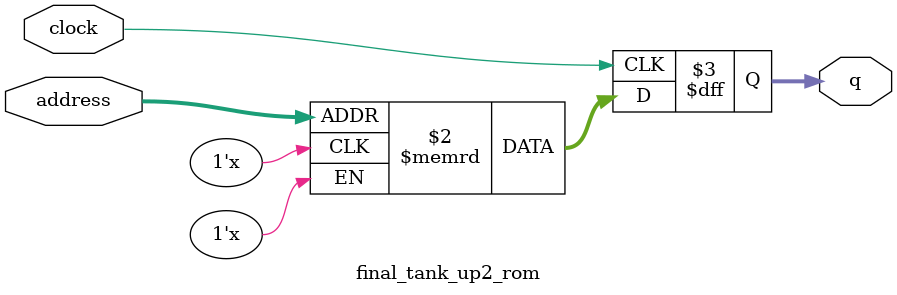
<source format=sv>
module final_tank_up2_rom (
	input logic clock,
	input logic [9:0] address,
	output logic [3:0] q
);

logic [3:0] memory [0:1023] /* synthesis ram_init_file = "./final_tank_up2/final_tank_up2.mif" */;

always_ff @ (posedge clock) begin
	q <= memory[address];
end

endmodule

</source>
